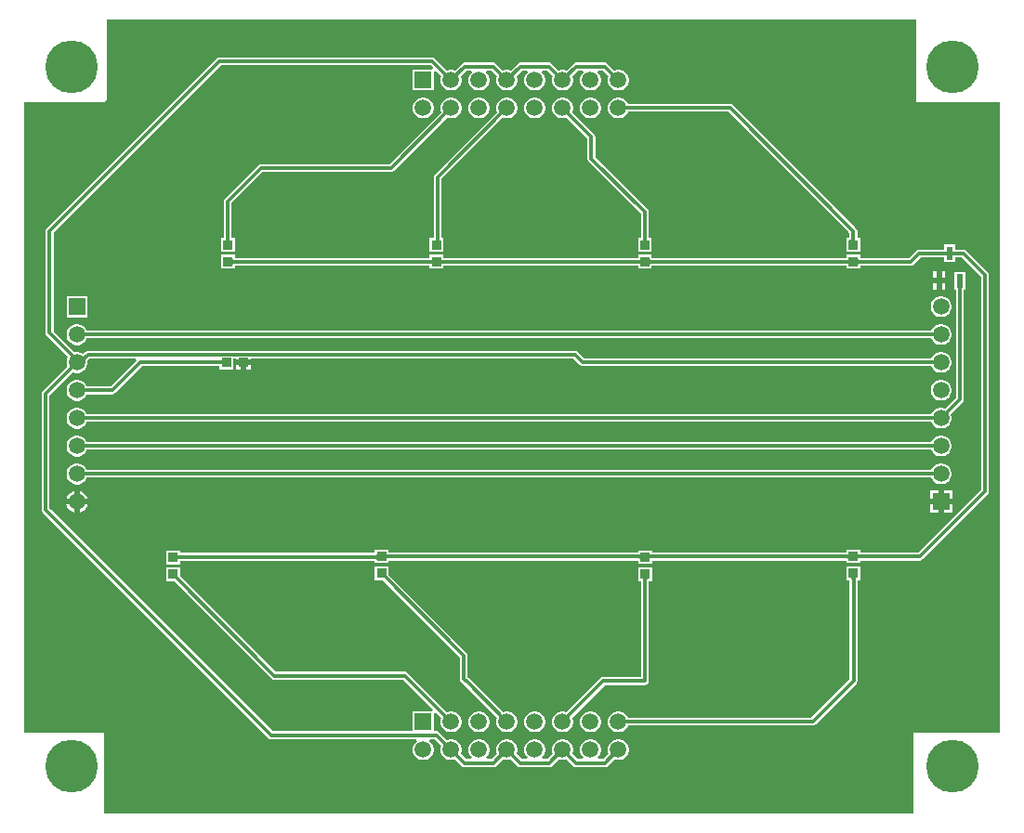
<source format=gbl>
G04*
G04 #@! TF.GenerationSoftware,Altium Limited,Altium Designer,24.5.2 (23)*
G04*
G04 Layer_Physical_Order=2*
G04 Layer_Color=16711680*
%FSLAX25Y25*%
%MOIN*%
G70*
G04*
G04 #@! TF.SameCoordinates,F9E145AB-4376-4A3A-B871-3CA844BA1A44*
G04*
G04*
G04 #@! TF.FilePolarity,Positive*
G04*
G01*
G75*
%ADD32C,0.01181*%
%ADD35R,0.03347X0.03347*%
%ADD36R,0.03347X0.03347*%
%ADD37C,0.05906*%
%ADD38R,0.05906X0.05906*%
%ADD39R,0.05906X0.05906*%
%ADD40C,0.18898*%
%ADD41C,0.05000*%
%ADD42R,0.02362X0.04724*%
G36*
X320866Y255906D02*
X350575D01*
Y29528D01*
X319882D01*
Y803D01*
X29528D01*
Y29528D01*
X803D01*
Y255906D01*
X29528D01*
X30512Y256890D01*
Y285614D01*
X320866D01*
Y255906D01*
D02*
G37*
%LPC*%
G36*
X147154Y272074D02*
X70866D01*
X70328Y271967D01*
X69873Y271663D01*
X8849Y210639D01*
X8545Y210183D01*
X8438Y209646D01*
Y173228D01*
X8545Y172691D01*
X8849Y172235D01*
X16522Y164561D01*
X16200Y164003D01*
X15945Y163051D01*
Y162067D01*
X16200Y161115D01*
X16220Y161081D01*
X7370Y152231D01*
X7065Y151775D01*
X6958Y151237D01*
Y109747D01*
X7065Y109209D01*
X7370Y108754D01*
X88337Y27786D01*
X88793Y27481D01*
X89331Y27375D01*
X141330D01*
X141555Y26715D01*
X141562Y26587D01*
X140893Y25918D01*
X140401Y25066D01*
X140146Y24114D01*
Y23130D01*
X140401Y22178D01*
X140893Y21326D01*
X141589Y20629D01*
X142442Y20137D01*
X143393Y19882D01*
X144378D01*
X145329Y20137D01*
X146182Y20629D01*
X146879Y21326D01*
X147371Y22178D01*
X147626Y23130D01*
Y24114D01*
X147371Y25066D01*
X146879Y25918D01*
X146210Y26587D01*
X146216Y26715D01*
X146441Y27375D01*
X148146D01*
X150421Y25100D01*
X150401Y25066D01*
X150146Y24114D01*
Y23130D01*
X150401Y22178D01*
X150893Y21326D01*
X151589Y20629D01*
X152442Y20137D01*
X153393Y19882D01*
X154378D01*
X155330Y20137D01*
X155364Y20157D01*
X157735Y17786D01*
X158191Y17481D01*
X158728Y17375D01*
X169043D01*
X169581Y17481D01*
X170037Y17786D01*
X172407Y20157D01*
X172442Y20137D01*
X173393Y19882D01*
X174378D01*
X175329Y20137D01*
X175364Y20157D01*
X177735Y17786D01*
X178191Y17481D01*
X178728Y17375D01*
X189043D01*
X189581Y17481D01*
X190037Y17786D01*
X192408Y20157D01*
X192442Y20137D01*
X193393Y19882D01*
X194378D01*
X195329Y20137D01*
X195364Y20157D01*
X197735Y17786D01*
X198191Y17481D01*
X198728Y17375D01*
X209043D01*
X209581Y17481D01*
X210037Y17786D01*
X212407Y20157D01*
X212442Y20137D01*
X213393Y19882D01*
X214378D01*
X215330Y20137D01*
X216182Y20629D01*
X216879Y21326D01*
X217371Y22178D01*
X217626Y23130D01*
Y24114D01*
X217371Y25066D01*
X216879Y25918D01*
X216182Y26615D01*
X215330Y27107D01*
X214378Y27362D01*
X213393D01*
X212442Y27107D01*
X211589Y26615D01*
X210893Y25918D01*
X210401Y25066D01*
X210146Y24114D01*
Y23130D01*
X210401Y22178D01*
X210421Y22144D01*
X208461Y20185D01*
X206851D01*
X206525Y20972D01*
X206879Y21326D01*
X207371Y22178D01*
X207626Y23130D01*
Y24114D01*
X207371Y25066D01*
X206879Y25918D01*
X206182Y26615D01*
X205329Y27107D01*
X204378Y27362D01*
X203393D01*
X202442Y27107D01*
X201589Y26615D01*
X200893Y25918D01*
X200401Y25066D01*
X200146Y24114D01*
Y23130D01*
X200401Y22178D01*
X200893Y21326D01*
X201247Y20972D01*
X200921Y20185D01*
X199310D01*
X197351Y22144D01*
X197371Y22178D01*
X197626Y23130D01*
Y24114D01*
X197371Y25066D01*
X196879Y25918D01*
X196182Y26615D01*
X195329Y27107D01*
X194378Y27362D01*
X193393D01*
X192442Y27107D01*
X191589Y26615D01*
X190893Y25918D01*
X190401Y25066D01*
X190146Y24114D01*
Y23130D01*
X190401Y22178D01*
X190421Y22144D01*
X188461Y20185D01*
X186851D01*
X186525Y20972D01*
X186879Y21326D01*
X187371Y22178D01*
X187626Y23130D01*
Y24114D01*
X187371Y25066D01*
X186879Y25918D01*
X186182Y26615D01*
X185329Y27107D01*
X184378Y27362D01*
X183393D01*
X182442Y27107D01*
X181589Y26615D01*
X180893Y25918D01*
X180401Y25066D01*
X180146Y24114D01*
Y23130D01*
X180401Y22178D01*
X180893Y21326D01*
X181247Y20972D01*
X180921Y20185D01*
X179310D01*
X177351Y22144D01*
X177371Y22178D01*
X177626Y23130D01*
Y24114D01*
X177371Y25066D01*
X176879Y25918D01*
X176182Y26615D01*
X175329Y27107D01*
X174378Y27362D01*
X173393D01*
X172442Y27107D01*
X171589Y26615D01*
X170893Y25918D01*
X170401Y25066D01*
X170146Y24114D01*
Y23130D01*
X170401Y22178D01*
X170421Y22144D01*
X168461Y20185D01*
X166851D01*
X166525Y20972D01*
X166879Y21326D01*
X167371Y22178D01*
X167626Y23130D01*
Y24114D01*
X167371Y25066D01*
X166879Y25918D01*
X166182Y26615D01*
X165330Y27107D01*
X164378Y27362D01*
X163393D01*
X162442Y27107D01*
X161589Y26615D01*
X160893Y25918D01*
X160401Y25066D01*
X160146Y24114D01*
Y23130D01*
X160401Y22178D01*
X160893Y21326D01*
X161247Y20972D01*
X160921Y20185D01*
X159310D01*
X157351Y22144D01*
X157371Y22178D01*
X157626Y23130D01*
Y24114D01*
X157371Y25066D01*
X156879Y25918D01*
X156182Y26615D01*
X155330Y27107D01*
X154378Y27362D01*
X153393D01*
X152442Y27107D01*
X152408Y27087D01*
X149722Y29773D01*
X149266Y30077D01*
X148728Y30185D01*
X147626D01*
Y36781D01*
X148413Y37108D01*
X150421Y35100D01*
X150401Y35066D01*
X150146Y34114D01*
Y33130D01*
X150401Y32178D01*
X150893Y31326D01*
X151589Y30629D01*
X152442Y30137D01*
X153393Y29882D01*
X154378D01*
X155330Y30137D01*
X156182Y30629D01*
X156879Y31326D01*
X157371Y32178D01*
X157626Y33130D01*
Y34114D01*
X157371Y35066D01*
X156879Y35919D01*
X156182Y36615D01*
X155330Y37107D01*
X154378Y37362D01*
X153393D01*
X152442Y37107D01*
X152408Y37087D01*
X138372Y51123D01*
X137916Y51428D01*
X137378Y51534D01*
X91133D01*
X56626Y86042D01*
Y88976D01*
X51704D01*
Y84055D01*
X54639D01*
X89558Y49136D01*
X90013Y48832D01*
X90551Y48725D01*
X136796D01*
X147371Y38150D01*
X147045Y37362D01*
X140146D01*
Y30185D01*
X89913D01*
X9768Y110329D01*
Y150655D01*
X18207Y159094D01*
X18241Y159074D01*
X19193Y158819D01*
X20177D01*
X21129Y159074D01*
X21982Y159566D01*
X22678Y160263D01*
X23170Y161115D01*
X23425Y162067D01*
Y163051D01*
X23386Y163198D01*
X24145Y163957D01*
X40581D01*
X40907Y163170D01*
X31701Y153964D01*
X23181D01*
X23170Y154003D01*
X22678Y154856D01*
X21982Y155552D01*
X21129Y156044D01*
X20177Y156299D01*
X19193D01*
X18241Y156044D01*
X17389Y155552D01*
X16692Y154856D01*
X16200Y154003D01*
X15945Y153051D01*
Y152067D01*
X16200Y151115D01*
X16692Y150263D01*
X17389Y149566D01*
X18241Y149074D01*
X19193Y148819D01*
X20177D01*
X21129Y149074D01*
X21982Y149566D01*
X22678Y150263D01*
X23170Y151115D01*
X23181Y151154D01*
X32283D01*
X32821Y151261D01*
X33277Y151566D01*
X42905Y161194D01*
X70799D01*
Y160138D01*
X75721D01*
Y163957D01*
X76689D01*
Y163598D01*
X79362D01*
X82036D01*
Y163957D01*
X197823D01*
X200110Y161670D01*
X200566Y161365D01*
X201104Y161258D01*
X326156D01*
X326167Y161220D01*
X326659Y160367D01*
X327355Y159670D01*
X328208Y159178D01*
X329159Y158923D01*
X330144D01*
X331095Y159178D01*
X331948Y159670D01*
X332645Y160367D01*
X333137Y161220D01*
X333392Y162171D01*
Y163155D01*
X333137Y164107D01*
X332645Y164960D01*
X331948Y165656D01*
X331095Y166148D01*
X330144Y166403D01*
X329159D01*
X328208Y166148D01*
X327355Y165656D01*
X326659Y164960D01*
X326167Y164107D01*
X326156Y164068D01*
X201686D01*
X199398Y166356D01*
X198942Y166660D01*
X198405Y166767D01*
X23563D01*
X23026Y166660D01*
X22570Y166356D01*
X21845Y165631D01*
X21129Y166044D01*
X20177Y166299D01*
X19193D01*
X18850Y166208D01*
X11248Y173810D01*
Y209064D01*
X71448Y269264D01*
X146572D01*
X147371Y268465D01*
X147045Y267677D01*
X140146D01*
Y260197D01*
X147626D01*
Y267096D01*
X148413Y267423D01*
X150421Y265415D01*
X150401Y265381D01*
X150146Y264429D01*
Y263445D01*
X150401Y262493D01*
X150893Y261641D01*
X151589Y260944D01*
X152442Y260452D01*
X153393Y260197D01*
X154378D01*
X155330Y260452D01*
X156182Y260944D01*
X156879Y261641D01*
X157371Y262493D01*
X157626Y263445D01*
Y264429D01*
X157371Y265381D01*
X157351Y265415D01*
X159310Y267375D01*
X160921D01*
X161247Y266587D01*
X160893Y266233D01*
X160401Y265381D01*
X160146Y264429D01*
Y263445D01*
X160401Y262493D01*
X160893Y261641D01*
X161589Y260944D01*
X162442Y260452D01*
X163393Y260197D01*
X164378D01*
X165330Y260452D01*
X166182Y260944D01*
X166879Y261641D01*
X167371Y262493D01*
X167626Y263445D01*
Y264429D01*
X167371Y265381D01*
X166879Y266233D01*
X166525Y266587D01*
X166851Y267375D01*
X168461D01*
X170421Y265415D01*
X170401Y265381D01*
X170146Y264429D01*
Y263445D01*
X170401Y262493D01*
X170893Y261641D01*
X171589Y260944D01*
X172442Y260452D01*
X173393Y260197D01*
X174378D01*
X175329Y260452D01*
X176182Y260944D01*
X176879Y261641D01*
X177371Y262493D01*
X177626Y263445D01*
Y264429D01*
X177371Y265381D01*
X177351Y265415D01*
X179310Y267375D01*
X180921D01*
X181247Y266587D01*
X180893Y266233D01*
X180401Y265381D01*
X180146Y264429D01*
Y263445D01*
X180401Y262493D01*
X180893Y261641D01*
X181589Y260944D01*
X182442Y260452D01*
X183393Y260197D01*
X184378D01*
X185329Y260452D01*
X186182Y260944D01*
X186879Y261641D01*
X187371Y262493D01*
X187626Y263445D01*
Y264429D01*
X187371Y265381D01*
X186879Y266233D01*
X186525Y266587D01*
X186851Y267375D01*
X188461D01*
X190421Y265415D01*
X190401Y265381D01*
X190146Y264429D01*
Y263445D01*
X190401Y262493D01*
X190893Y261641D01*
X191589Y260944D01*
X192442Y260452D01*
X193393Y260197D01*
X194378D01*
X195329Y260452D01*
X196182Y260944D01*
X196879Y261641D01*
X197371Y262493D01*
X197626Y263445D01*
Y264429D01*
X197371Y265381D01*
X197351Y265415D01*
X199310Y267375D01*
X200921D01*
X201247Y266587D01*
X200893Y266233D01*
X200401Y265381D01*
X200146Y264429D01*
Y263445D01*
X200401Y262493D01*
X200893Y261641D01*
X201589Y260944D01*
X202442Y260452D01*
X203393Y260197D01*
X204378D01*
X205329Y260452D01*
X206182Y260944D01*
X206879Y261641D01*
X207371Y262493D01*
X207626Y263445D01*
Y264429D01*
X207371Y265381D01*
X206879Y266233D01*
X206525Y266587D01*
X206851Y267375D01*
X208461D01*
X210421Y265415D01*
X210401Y265381D01*
X210146Y264429D01*
Y263445D01*
X210401Y262493D01*
X210893Y261641D01*
X211589Y260944D01*
X212442Y260452D01*
X213393Y260197D01*
X214378D01*
X215330Y260452D01*
X216182Y260944D01*
X216879Y261641D01*
X217371Y262493D01*
X217626Y263445D01*
Y264429D01*
X217371Y265381D01*
X216879Y266233D01*
X216182Y266930D01*
X215330Y267422D01*
X214378Y267677D01*
X213393D01*
X212442Y267422D01*
X212407Y267402D01*
X210037Y269773D01*
X209581Y270077D01*
X209043Y270184D01*
X198728D01*
X198191Y270077D01*
X197735Y269773D01*
X195364Y267402D01*
X195329Y267422D01*
X194378Y267677D01*
X193393D01*
X192442Y267422D01*
X192408Y267402D01*
X190037Y269773D01*
X189581Y270077D01*
X189043Y270184D01*
X178728D01*
X178191Y270077D01*
X177735Y269773D01*
X175364Y267402D01*
X175329Y267422D01*
X174378Y267677D01*
X173393D01*
X172442Y267422D01*
X172407Y267402D01*
X170037Y269773D01*
X169581Y270077D01*
X169043Y270184D01*
X158728D01*
X158191Y270077D01*
X157735Y269773D01*
X155364Y267402D01*
X155330Y267422D01*
X154378Y267677D01*
X153393D01*
X152442Y267422D01*
X152408Y267402D01*
X148147Y271663D01*
X147691Y271967D01*
X147154Y272074D01*
D02*
G37*
G36*
X204378Y257677D02*
X203393D01*
X202442Y257422D01*
X201589Y256930D01*
X200893Y256234D01*
X200401Y255381D01*
X200146Y254429D01*
Y253445D01*
X200401Y252493D01*
X200893Y251641D01*
X201589Y250944D01*
X202442Y250452D01*
X203393Y250197D01*
X204378D01*
X205329Y250452D01*
X206182Y250944D01*
X206879Y251641D01*
X207371Y252493D01*
X207626Y253445D01*
Y254429D01*
X207371Y255381D01*
X206879Y256234D01*
X206182Y256930D01*
X205329Y257422D01*
X204378Y257677D01*
D02*
G37*
G36*
X184378D02*
X183393D01*
X182442Y257422D01*
X181589Y256930D01*
X180893Y256234D01*
X180401Y255381D01*
X180146Y254429D01*
Y253445D01*
X180401Y252493D01*
X180893Y251641D01*
X181589Y250944D01*
X182442Y250452D01*
X183393Y250197D01*
X184378D01*
X185329Y250452D01*
X186182Y250944D01*
X186879Y251641D01*
X187371Y252493D01*
X187626Y253445D01*
Y254429D01*
X187371Y255381D01*
X186879Y256234D01*
X186182Y256930D01*
X185329Y257422D01*
X184378Y257677D01*
D02*
G37*
G36*
X174378D02*
X173393D01*
X172442Y257422D01*
X171589Y256930D01*
X170893Y256234D01*
X170401Y255381D01*
X170146Y254429D01*
Y253445D01*
X170401Y252493D01*
X170421Y252459D01*
X148096Y230134D01*
X147792Y229679D01*
X147685Y229141D01*
Y207283D01*
X146129D01*
Y202362D01*
X151050D01*
Y207283D01*
X150495D01*
Y228559D01*
X172407Y250472D01*
X172442Y250452D01*
X173393Y250197D01*
X174378D01*
X175329Y250452D01*
X176182Y250944D01*
X176879Y251641D01*
X177371Y252493D01*
X177626Y253445D01*
Y254429D01*
X177371Y255381D01*
X176879Y256234D01*
X176182Y256930D01*
X175329Y257422D01*
X174378Y257677D01*
D02*
G37*
G36*
X164378D02*
X163393D01*
X162442Y257422D01*
X161589Y256930D01*
X160893Y256234D01*
X160401Y255381D01*
X160146Y254429D01*
Y253445D01*
X160401Y252493D01*
X160893Y251641D01*
X161589Y250944D01*
X162442Y250452D01*
X163393Y250197D01*
X164378D01*
X165330Y250452D01*
X166182Y250944D01*
X166879Y251641D01*
X167371Y252493D01*
X167626Y253445D01*
Y254429D01*
X167371Y255381D01*
X166879Y256234D01*
X166182Y256930D01*
X165330Y257422D01*
X164378Y257677D01*
D02*
G37*
G36*
X154378D02*
X153393D01*
X152442Y257422D01*
X151589Y256930D01*
X150893Y256234D01*
X150401Y255381D01*
X150146Y254429D01*
Y253445D01*
X150401Y252493D01*
X150421Y252459D01*
X131650Y233688D01*
X85630D01*
X85092Y233581D01*
X84636Y233277D01*
X72793Y221434D01*
X72489Y220978D01*
X72382Y220440D01*
Y207283D01*
X71326D01*
Y202362D01*
X76247D01*
Y207283D01*
X75192D01*
Y219858D01*
X86212Y230878D01*
X132232D01*
X132770Y230985D01*
X133226Y231290D01*
X152408Y250472D01*
X152442Y250452D01*
X153393Y250197D01*
X154378D01*
X155330Y250452D01*
X156182Y250944D01*
X156879Y251641D01*
X157371Y252493D01*
X157626Y253445D01*
Y254429D01*
X157371Y255381D01*
X156879Y256234D01*
X156182Y256930D01*
X155330Y257422D01*
X154378Y257677D01*
D02*
G37*
G36*
X144378D02*
X143393D01*
X142442Y257422D01*
X141589Y256930D01*
X140893Y256234D01*
X140401Y255381D01*
X140146Y254429D01*
Y253445D01*
X140401Y252493D01*
X140893Y251641D01*
X141589Y250944D01*
X142442Y250452D01*
X143393Y250197D01*
X144378D01*
X145329Y250452D01*
X146182Y250944D01*
X146879Y251641D01*
X147371Y252493D01*
X147626Y253445D01*
Y254429D01*
X147371Y255381D01*
X146879Y256234D01*
X146182Y256930D01*
X145329Y257422D01*
X144378Y257677D01*
D02*
G37*
G36*
X214378D02*
X213393D01*
X212442Y257422D01*
X211589Y256930D01*
X210893Y256234D01*
X210401Y255381D01*
X210146Y254429D01*
Y253445D01*
X210401Y252493D01*
X210893Y251641D01*
X211589Y250944D01*
X212442Y250452D01*
X213393Y250197D01*
X214378D01*
X215330Y250452D01*
X216182Y250944D01*
X216879Y251641D01*
X217371Y252493D01*
X217382Y252532D01*
X253355D01*
X296791Y209096D01*
Y207283D01*
X295735D01*
Y206041D01*
X295708Y205906D01*
X295735Y205770D01*
Y202362D01*
X300657D01*
Y207283D01*
X299601D01*
Y209678D01*
X299494Y210216D01*
X299189Y210671D01*
X254930Y254930D01*
X254475Y255235D01*
X253937Y255342D01*
X217382D01*
X217371Y255381D01*
X216879Y256234D01*
X216182Y256930D01*
X215330Y257422D01*
X214378Y257677D01*
D02*
G37*
G36*
X194378D02*
X193393D01*
X192442Y257422D01*
X191589Y256930D01*
X190893Y256234D01*
X190401Y255381D01*
X190146Y254429D01*
Y253445D01*
X190401Y252493D01*
X190893Y251641D01*
X191589Y250944D01*
X192442Y250452D01*
X193393Y250197D01*
X194378D01*
X195329Y250452D01*
X195364Y250472D01*
X202788Y243048D01*
Y235768D01*
X202895Y235230D01*
X203199Y234775D01*
X221988Y215986D01*
Y207283D01*
X220932D01*
Y202362D01*
X225853D01*
Y207283D01*
X224798D01*
Y216568D01*
X224691Y217105D01*
X224386Y217561D01*
X205597Y236350D01*
Y243630D01*
X205491Y244168D01*
X205186Y244624D01*
X197351Y252459D01*
X197371Y252493D01*
X197626Y253445D01*
Y254429D01*
X197371Y255381D01*
X196879Y256234D01*
X196182Y256930D01*
X195329Y257422D01*
X194378Y257677D01*
D02*
G37*
G36*
X334646Y204921D02*
X330709D01*
Y203192D01*
X330656Y203183D01*
X330583Y203177D01*
X321850D01*
X321313Y203070D01*
X320857Y202765D01*
X318217Y200125D01*
X300782D01*
X300709Y200132D01*
X300657Y200140D01*
Y201181D01*
X295735D01*
Y200125D01*
X225979D01*
X225906Y200132D01*
X225853Y200140D01*
Y201181D01*
X220932D01*
Y200125D01*
X151176D01*
X151103Y200132D01*
X151050Y200140D01*
Y201181D01*
X146129D01*
Y200125D01*
X76372D01*
X76300Y200132D01*
X76247Y200140D01*
Y201181D01*
X71326D01*
Y196260D01*
X76247D01*
Y197301D01*
X76300Y197309D01*
X76372Y197316D01*
X146129D01*
Y196260D01*
X151050D01*
Y197301D01*
X151103Y197309D01*
X151176Y197316D01*
X220932D01*
Y196260D01*
X225853D01*
Y197301D01*
X225906Y197309D01*
X225979Y197316D01*
X295735D01*
Y196260D01*
X300657D01*
Y197301D01*
X300709Y197309D01*
X300782Y197316D01*
X318799D01*
X319337Y197423D01*
X319793Y197727D01*
X322432Y200367D01*
X330583D01*
X330656Y200360D01*
X330709Y200352D01*
Y198622D01*
X334646D01*
Y200367D01*
X337017D01*
X344068Y193316D01*
Y116964D01*
X321418Y94314D01*
X300657D01*
Y95472D01*
X295735D01*
Y94283D01*
X295683Y94275D01*
X295610Y94269D01*
X225932D01*
Y95176D01*
X221011D01*
Y94283D01*
X220958Y94275D01*
X220885Y94269D01*
X131429D01*
Y95472D01*
X126507D01*
Y94235D01*
X126455Y94226D01*
X126382Y94220D01*
X56626D01*
Y95079D01*
X51704D01*
Y90158D01*
X56626D01*
Y91410D01*
X126382D01*
X126455Y91403D01*
X126507Y91395D01*
Y90551D01*
X131429D01*
Y91459D01*
X220885D01*
X220958Y91452D01*
X221011Y91444D01*
Y90255D01*
X225932D01*
Y91459D01*
X295610D01*
X295683Y91452D01*
X295735Y91444D01*
Y90551D01*
X300657D01*
Y91505D01*
X322000D01*
X322538Y91611D01*
X322993Y91916D01*
X346466Y115388D01*
X346770Y115844D01*
X346877Y116382D01*
Y193898D01*
X346770Y194435D01*
X346466Y194891D01*
X338592Y202765D01*
X338136Y203070D01*
X337598Y203177D01*
X334646D01*
Y204921D01*
D02*
G37*
G36*
X331118Y195291D02*
X329937D01*
Y192929D01*
X331118D01*
Y195291D01*
D02*
G37*
G36*
X327937D02*
X326756D01*
Y192929D01*
X327937D01*
Y195291D01*
D02*
G37*
G36*
X331118Y190929D02*
X329937D01*
Y188567D01*
X331118D01*
Y190929D01*
D02*
G37*
G36*
X327937D02*
X326756D01*
Y188567D01*
X327937D01*
Y190929D01*
D02*
G37*
G36*
X330144Y186403D02*
X329159D01*
X328208Y186148D01*
X327355Y185656D01*
X326659Y184960D01*
X326167Y184107D01*
X325912Y183156D01*
Y182171D01*
X326167Y181219D01*
X326659Y180367D01*
X327355Y179670D01*
X328208Y179178D01*
X329159Y178923D01*
X330144D01*
X331095Y179178D01*
X331948Y179670D01*
X332645Y180367D01*
X333137Y181219D01*
X333392Y182171D01*
Y183156D01*
X333137Y184107D01*
X332645Y184960D01*
X331948Y185656D01*
X331095Y186148D01*
X330144Y186403D01*
D02*
G37*
G36*
X23425Y186299D02*
X15945D01*
Y178819D01*
X23425D01*
Y186299D01*
D02*
G37*
G36*
X330144Y176403D02*
X329159D01*
X328208Y176148D01*
X327355Y175656D01*
X326659Y174960D01*
X326167Y174107D01*
X326142Y174016D01*
X23163D01*
X22678Y174856D01*
X21982Y175552D01*
X21129Y176044D01*
X20177Y176299D01*
X19193D01*
X18241Y176044D01*
X17389Y175552D01*
X16692Y174856D01*
X16200Y174003D01*
X15945Y173052D01*
Y172067D01*
X16200Y171115D01*
X16692Y170263D01*
X17389Y169566D01*
X18241Y169074D01*
X19193Y168819D01*
X20177D01*
X21129Y169074D01*
X21982Y169566D01*
X22678Y170263D01*
X23170Y171115D01*
X23195Y171206D01*
X326174D01*
X326659Y170367D01*
X327355Y169670D01*
X328208Y169178D01*
X329159Y168923D01*
X330144D01*
X331095Y169178D01*
X331948Y169670D01*
X332645Y170367D01*
X333137Y171220D01*
X333392Y172171D01*
Y173155D01*
X333137Y174107D01*
X332645Y174960D01*
X331948Y175656D01*
X331095Y176148D01*
X330144Y176403D01*
D02*
G37*
G36*
X82036Y161598D02*
X80362D01*
Y159925D01*
X82036D01*
Y161598D01*
D02*
G37*
G36*
X78362D02*
X76689D01*
Y159925D01*
X78362D01*
Y161598D01*
D02*
G37*
G36*
X330144Y156403D02*
X329159D01*
X328208Y156148D01*
X327355Y155656D01*
X326659Y154960D01*
X326167Y154107D01*
X325912Y153156D01*
Y152171D01*
X326167Y151219D01*
X326659Y150367D01*
X327355Y149670D01*
X328208Y149178D01*
X329159Y148923D01*
X330144D01*
X331095Y149178D01*
X331948Y149670D01*
X332645Y150367D01*
X333137Y151219D01*
X333392Y152171D01*
Y153156D01*
X333137Y154107D01*
X332645Y154960D01*
X331948Y155656D01*
X331095Y156148D01*
X330144Y156403D01*
D02*
G37*
G36*
X338386Y195079D02*
X334449D01*
Y189596D01*
X334445Y189579D01*
X334449Y189562D01*
Y188779D01*
X334997D01*
X335006Y188724D01*
X335012Y188654D01*
Y177676D01*
X334934Y177280D01*
Y149932D01*
X331130Y146128D01*
X331095Y146148D01*
X330144Y146403D01*
X329159D01*
X328208Y146148D01*
X327355Y145656D01*
X326659Y144960D01*
X326167Y144107D01*
X326142Y144016D01*
X23163D01*
X22678Y144856D01*
X21982Y145552D01*
X21129Y146044D01*
X20177Y146299D01*
X19193D01*
X18241Y146044D01*
X17389Y145552D01*
X16692Y144856D01*
X16200Y144003D01*
X15945Y143052D01*
Y142067D01*
X16200Y141115D01*
X16692Y140263D01*
X17389Y139566D01*
X18241Y139074D01*
X19193Y138819D01*
X20177D01*
X21129Y139074D01*
X21982Y139566D01*
X22678Y140263D01*
X23170Y141115D01*
X23195Y141206D01*
X326174D01*
X326659Y140367D01*
X327355Y139670D01*
X328208Y139178D01*
X329159Y138923D01*
X330144D01*
X331095Y139178D01*
X331948Y139670D01*
X332645Y140367D01*
X333137Y141219D01*
X333392Y142171D01*
Y143156D01*
X333137Y144107D01*
X333117Y144141D01*
X337332Y148356D01*
X337637Y148812D01*
X337743Y149350D01*
Y176963D01*
X337822Y177359D01*
Y188654D01*
X337828Y188724D01*
X337837Y188779D01*
X338386D01*
Y189562D01*
X338389Y189579D01*
X338386Y189596D01*
Y195079D01*
D02*
G37*
G36*
X330144Y136403D02*
X329159D01*
X328208Y136148D01*
X327355Y135656D01*
X326659Y134960D01*
X326167Y134107D01*
X326142Y134016D01*
X23163D01*
X22678Y134856D01*
X21982Y135552D01*
X21129Y136044D01*
X20177Y136299D01*
X19193D01*
X18241Y136044D01*
X17389Y135552D01*
X16692Y134856D01*
X16200Y134003D01*
X15945Y133052D01*
Y132067D01*
X16200Y131115D01*
X16692Y130263D01*
X17389Y129566D01*
X18241Y129074D01*
X19193Y128819D01*
X20177D01*
X21129Y129074D01*
X21982Y129566D01*
X22678Y130263D01*
X23170Y131115D01*
X23195Y131206D01*
X326174D01*
X326659Y130367D01*
X327355Y129670D01*
X328208Y129178D01*
X329159Y128923D01*
X330144D01*
X331095Y129178D01*
X331948Y129670D01*
X332645Y130367D01*
X333137Y131219D01*
X333392Y132171D01*
Y133156D01*
X333137Y134107D01*
X332645Y134960D01*
X331948Y135656D01*
X331095Y136148D01*
X330144Y136403D01*
D02*
G37*
G36*
Y126403D02*
X329159D01*
X328208Y126148D01*
X327355Y125656D01*
X326659Y124960D01*
X326167Y124107D01*
X326142Y124016D01*
X23163D01*
X22678Y124856D01*
X21982Y125552D01*
X21129Y126044D01*
X20177Y126299D01*
X19193D01*
X18241Y126044D01*
X17389Y125552D01*
X16692Y124856D01*
X16200Y124003D01*
X15945Y123052D01*
Y122067D01*
X16200Y121115D01*
X16692Y120263D01*
X17389Y119566D01*
X18241Y119074D01*
X19193Y118819D01*
X20177D01*
X21129Y119074D01*
X21982Y119566D01*
X22678Y120263D01*
X23170Y121115D01*
X23195Y121206D01*
X326174D01*
X326659Y120367D01*
X327355Y119670D01*
X328208Y119178D01*
X329159Y118923D01*
X330144D01*
X331095Y119178D01*
X331948Y119670D01*
X332645Y120367D01*
X333137Y121220D01*
X333392Y122171D01*
Y123155D01*
X333137Y124107D01*
X332645Y124960D01*
X331948Y125656D01*
X331095Y126148D01*
X330144Y126403D01*
D02*
G37*
G36*
X333605Y116616D02*
X330652D01*
Y113663D01*
X333605D01*
Y116616D01*
D02*
G37*
G36*
X328652D02*
X325699D01*
Y113663D01*
X328652D01*
Y116616D01*
D02*
G37*
G36*
X20685Y116383D02*
Y113559D01*
X23509D01*
X23368Y114085D01*
X22848Y114986D01*
X22112Y115722D01*
X21211Y116242D01*
X20685Y116383D01*
D02*
G37*
G36*
X18685D02*
X18159Y116242D01*
X17258Y115722D01*
X16522Y114986D01*
X16002Y114085D01*
X15861Y113559D01*
X18685D01*
Y116383D01*
D02*
G37*
G36*
X23509Y111559D02*
X20685D01*
Y108735D01*
X21211Y108876D01*
X22112Y109396D01*
X22848Y110132D01*
X23368Y111033D01*
X23509Y111559D01*
D02*
G37*
G36*
X18685D02*
X15861D01*
X16002Y111033D01*
X16522Y110132D01*
X17258Y109396D01*
X18159Y108876D01*
X18685Y108735D01*
Y111559D01*
D02*
G37*
G36*
X333605Y111663D02*
X330652D01*
Y108710D01*
X333605D01*
Y111663D01*
D02*
G37*
G36*
X328652D02*
X325699D01*
Y108710D01*
X328652D01*
Y111663D01*
D02*
G37*
G36*
X225932Y89074D02*
X221011D01*
Y84153D01*
X222052D01*
X222060Y84100D01*
X222066Y84027D01*
Y49633D01*
X208492D01*
X207955Y49527D01*
X207499Y49222D01*
X195364Y37087D01*
X195329Y37107D01*
X194378Y37362D01*
X193393D01*
X192442Y37107D01*
X191589Y36615D01*
X190893Y35919D01*
X190401Y35066D01*
X190146Y34114D01*
Y33130D01*
X190401Y32178D01*
X190893Y31326D01*
X191589Y30629D01*
X192442Y30137D01*
X193393Y29882D01*
X194378D01*
X195329Y30137D01*
X196182Y30629D01*
X196879Y31326D01*
X197371Y32178D01*
X197626Y33130D01*
Y34114D01*
X197371Y35066D01*
X197351Y35100D01*
X209074Y46824D01*
X223471D01*
X224009Y46931D01*
X224465Y47235D01*
X224769Y47691D01*
X224876Y48228D01*
Y84027D01*
X224883Y84100D01*
X224891Y84153D01*
X225932D01*
Y89074D01*
D02*
G37*
G36*
X300657Y89370D02*
X295735D01*
Y84448D01*
X296815D01*
X296824Y84396D01*
X296830Y84323D01*
Y48850D01*
X283008Y35027D01*
X217382D01*
X217371Y35066D01*
X216879Y35919D01*
X216182Y36615D01*
X215330Y37107D01*
X214378Y37362D01*
X213393D01*
X212442Y37107D01*
X211589Y36615D01*
X210893Y35919D01*
X210401Y35066D01*
X210146Y34114D01*
Y33130D01*
X210401Y32178D01*
X210893Y31326D01*
X211589Y30629D01*
X212442Y30137D01*
X213393Y29882D01*
X214378D01*
X215330Y30137D01*
X216182Y30629D01*
X216879Y31326D01*
X217371Y32178D01*
X217382Y32217D01*
X283590D01*
X284127Y32324D01*
X284583Y32629D01*
X299229Y47274D01*
X299229Y47274D01*
X299533Y47730D01*
X299640Y48268D01*
Y84323D01*
X299647Y84396D01*
X299655Y84448D01*
X300657D01*
Y89370D01*
D02*
G37*
G36*
X204378Y37362D02*
X203393D01*
X202442Y37107D01*
X201589Y36615D01*
X200893Y35919D01*
X200401Y35066D01*
X200146Y34114D01*
Y33130D01*
X200401Y32178D01*
X200893Y31326D01*
X201589Y30629D01*
X202442Y30137D01*
X203393Y29882D01*
X204378D01*
X205329Y30137D01*
X206182Y30629D01*
X206879Y31326D01*
X207371Y32178D01*
X207626Y33130D01*
Y34114D01*
X207371Y35066D01*
X206879Y35919D01*
X206182Y36615D01*
X205329Y37107D01*
X204378Y37362D01*
D02*
G37*
G36*
X184378D02*
X183393D01*
X182442Y37107D01*
X181589Y36615D01*
X180893Y35919D01*
X180401Y35066D01*
X180146Y34114D01*
Y33130D01*
X180401Y32178D01*
X180893Y31326D01*
X181589Y30629D01*
X182442Y30137D01*
X183393Y29882D01*
X184378D01*
X185329Y30137D01*
X186182Y30629D01*
X186879Y31326D01*
X187371Y32178D01*
X187626Y33130D01*
Y34114D01*
X187371Y35066D01*
X186879Y35919D01*
X186182Y36615D01*
X185329Y37107D01*
X184378Y37362D01*
D02*
G37*
G36*
X131429Y89370D02*
X126507D01*
Y84448D01*
X129442D01*
X157060Y56831D01*
Y48920D01*
X157167Y48383D01*
X157471Y47927D01*
X158163Y47235D01*
X158534Y46987D01*
X170421Y35100D01*
X170401Y35066D01*
X170146Y34114D01*
Y33130D01*
X170401Y32178D01*
X170893Y31326D01*
X171589Y30629D01*
X172442Y30137D01*
X173393Y29882D01*
X174378D01*
X175329Y30137D01*
X176182Y30629D01*
X176879Y31326D01*
X177371Y32178D01*
X177626Y33130D01*
Y34114D01*
X177371Y35066D01*
X176879Y35919D01*
X176182Y36615D01*
X175329Y37107D01*
X174378Y37362D01*
X173393D01*
X172442Y37107D01*
X172407Y37087D01*
X160273Y49222D01*
X159902Y49470D01*
X159870Y49502D01*
Y57413D01*
X159763Y57950D01*
X159458Y58406D01*
X131429Y86435D01*
Y89370D01*
D02*
G37*
G36*
X164378Y37362D02*
X163393D01*
X162442Y37107D01*
X161589Y36615D01*
X160893Y35919D01*
X160401Y35066D01*
X160146Y34114D01*
Y33130D01*
X160401Y32178D01*
X160893Y31326D01*
X161589Y30629D01*
X162442Y30137D01*
X163393Y29882D01*
X164378D01*
X165330Y30137D01*
X166182Y30629D01*
X166879Y31326D01*
X167371Y32178D01*
X167626Y33130D01*
Y34114D01*
X167371Y35066D01*
X166879Y35919D01*
X166182Y36615D01*
X165330Y37107D01*
X164378Y37362D01*
D02*
G37*
%LPD*%
G36*
X331520Y200591D02*
X331508Y200703D01*
X331472Y200803D01*
X331413Y200892D01*
X331329Y200969D01*
X331222Y201033D01*
X331090Y201087D01*
X330935Y201128D01*
X330756Y201157D01*
X330554Y201175D01*
X330327Y201181D01*
Y202362D01*
X330554Y202368D01*
X330756Y202386D01*
X330935Y202415D01*
X331090Y202457D01*
X331222Y202510D01*
X331329Y202575D01*
X331413Y202652D01*
X331472Y202740D01*
X331508Y202841D01*
X331520Y202953D01*
Y200591D01*
D02*
G37*
G36*
X299857Y199789D02*
X299893Y199689D01*
X299953Y199600D01*
X300036Y199524D01*
X300144Y199459D01*
X300275Y199406D01*
X300430Y199364D01*
X300609Y199335D01*
X300812Y199317D01*
X301038Y199311D01*
Y198130D01*
X300812Y198124D01*
X300609Y198106D01*
X300430Y198077D01*
X300275Y198035D01*
X300144Y197982D01*
X300036Y197917D01*
X299953Y197841D01*
X299893Y197752D01*
X299857Y197652D01*
X299845Y197539D01*
Y199902D01*
X299857Y199789D01*
D02*
G37*
G36*
X225054D02*
X225090Y199689D01*
X225149Y199600D01*
X225233Y199524D01*
X225340Y199459D01*
X225472Y199406D01*
X225627Y199364D01*
X225806Y199335D01*
X226009Y199317D01*
X226235Y199311D01*
Y198130D01*
X226009Y198124D01*
X225806Y198106D01*
X225627Y198077D01*
X225472Y198035D01*
X225340Y197982D01*
X225233Y197917D01*
X225149Y197841D01*
X225090Y197752D01*
X225054Y197652D01*
X225042Y197539D01*
Y199902D01*
X225054Y199789D01*
D02*
G37*
G36*
X150251D02*
X150287Y199689D01*
X150346Y199600D01*
X150430Y199524D01*
X150537Y199459D01*
X150669Y199406D01*
X150824Y199364D01*
X151003Y199335D01*
X151205Y199317D01*
X151432Y199311D01*
Y198130D01*
X151205Y198124D01*
X151003Y198106D01*
X150824Y198077D01*
X150669Y198035D01*
X150537Y197982D01*
X150430Y197917D01*
X150346Y197841D01*
X150287Y197752D01*
X150251Y197652D01*
X150239Y197539D01*
Y199902D01*
X150251Y199789D01*
D02*
G37*
G36*
X75448D02*
X75484Y199689D01*
X75543Y199600D01*
X75627Y199524D01*
X75734Y199459D01*
X75865Y199406D01*
X76020Y199364D01*
X76199Y199335D01*
X76402Y199317D01*
X76629Y199311D01*
Y198130D01*
X76402Y198124D01*
X76199Y198106D01*
X76020Y198077D01*
X75865Y198035D01*
X75734Y197982D01*
X75627Y197917D01*
X75543Y197841D01*
X75484Y197752D01*
X75448Y197652D01*
X75436Y197539D01*
Y199902D01*
X75448Y199789D01*
D02*
G37*
G36*
X296547Y91682D02*
X296535Y91795D01*
X296499Y91895D01*
X296439Y91984D01*
X296356Y92060D01*
X296249Y92125D01*
X296117Y92178D01*
X295962Y92220D01*
X295783Y92249D01*
X295580Y92267D01*
X295354Y92273D01*
Y93454D01*
X295580Y93460D01*
X295783Y93478D01*
X295962Y93507D01*
X296117Y93549D01*
X296249Y93602D01*
X296356Y93667D01*
X296439Y93743D01*
X296499Y93832D01*
X296535Y93932D01*
X296547Y94045D01*
Y91682D01*
D02*
G37*
G36*
X221822D02*
X221810Y91795D01*
X221774Y91895D01*
X221715Y91984D01*
X221631Y92060D01*
X221524Y92125D01*
X221392Y92178D01*
X221237Y92220D01*
X221059Y92249D01*
X220856Y92267D01*
X220629Y92273D01*
Y93454D01*
X220856Y93460D01*
X221059Y93478D01*
X221237Y93507D01*
X221392Y93549D01*
X221524Y93602D01*
X221631Y93667D01*
X221715Y93743D01*
X221774Y93832D01*
X221810Y93932D01*
X221822Y94045D01*
Y91682D01*
D02*
G37*
G36*
X127319Y91634D02*
X127307Y91746D01*
X127271Y91846D01*
X127211Y91935D01*
X127128Y92012D01*
X127021Y92076D01*
X126889Y92130D01*
X126734Y92171D01*
X126555Y92201D01*
X126353Y92218D01*
X126126Y92224D01*
Y93405D01*
X126353Y93411D01*
X126555Y93429D01*
X126734Y93458D01*
X126889Y93500D01*
X127021Y93553D01*
X127128Y93618D01*
X127211Y93695D01*
X127271Y93783D01*
X127307Y93884D01*
X127319Y93996D01*
Y91634D01*
D02*
G37*
G36*
X337476Y189567D02*
X337378Y189532D01*
X337291Y189473D01*
X337216Y189390D01*
X337153Y189284D01*
X337100Y189154D01*
X337060Y189000D01*
X337031Y188823D01*
X337014Y188622D01*
X337008Y188398D01*
X335827D01*
X335821Y188622D01*
X335804Y188823D01*
X335775Y189000D01*
X335734Y189154D01*
X335682Y189284D01*
X335618Y189390D01*
X335543Y189473D01*
X335456Y189532D01*
X335358Y189567D01*
X335248Y189579D01*
X337586D01*
X337476Y189567D01*
D02*
G37*
G36*
X224540Y84952D02*
X224440Y84916D01*
X224351Y84857D01*
X224275Y84773D01*
X224210Y84666D01*
X224156Y84535D01*
X224115Y84380D01*
X224086Y84201D01*
X224068Y83998D01*
X224062Y83771D01*
X222881D01*
X222875Y83998D01*
X222857Y84201D01*
X222828Y84380D01*
X222786Y84535D01*
X222733Y84666D01*
X222668Y84773D01*
X222591Y84857D01*
X222503Y84916D01*
X222403Y84952D01*
X222290Y84964D01*
X224653D01*
X224540Y84952D01*
D02*
G37*
G36*
X299304Y85248D02*
X299204Y85212D01*
X299115Y85152D01*
X299039Y85069D01*
X298974Y84961D01*
X298920Y84830D01*
X298879Y84675D01*
X298850Y84496D01*
X298832Y84293D01*
X298826Y84067D01*
X297645D01*
X297639Y84293D01*
X297621Y84496D01*
X297592Y84675D01*
X297550Y84830D01*
X297497Y84961D01*
X297432Y85069D01*
X297356Y85152D01*
X297267Y85212D01*
X297166Y85248D01*
X297054Y85260D01*
X299416D01*
X299304Y85248D01*
D02*
G37*
D32*
X8363Y109747D02*
Y151237D01*
X19685Y162559D01*
X8363Y109747D02*
X89331Y28780D01*
X148728D01*
X153886Y23622D01*
X158728Y18779D02*
X169043D01*
X173886Y23622D01*
X153886D02*
X158728Y18779D01*
X178728D02*
X189043D01*
X193886Y23622D01*
X173886D02*
X178728Y18779D01*
X198728D02*
X209043D01*
X213886Y23622D01*
X193886D02*
X198728Y18779D01*
X213886Y33622D02*
X283590D01*
X298235Y48268D01*
X298235D02*
Y86870D01*
X298235Y48268D02*
X298235D01*
X137378Y50130D02*
X153886Y33622D01*
X90551Y50130D02*
X137378D01*
X54165Y86516D02*
X90551Y50130D01*
X159156Y48228D02*
X159280D01*
X128968Y86909D02*
X158465Y57413D01*
Y48920D02*
Y57413D01*
Y48920D02*
X159156Y48228D01*
X208492Y48228D02*
X223471D01*
X193886Y33622D02*
X208492Y48228D01*
X159280Y48228D02*
X173886Y33622D01*
X209043Y268779D02*
X213886Y263937D01*
X198728Y268779D02*
X209043D01*
X193886Y263937D02*
X198728Y268779D01*
X178728D02*
X189043D01*
X193886Y263937D01*
X173886D02*
X178728Y268779D01*
X158728D02*
X169043D01*
X153886Y263937D02*
X158728Y268779D01*
X169043D02*
X173886Y263937D01*
X9843Y173228D02*
X19685Y163386D01*
Y162559D02*
Y163386D01*
X9843Y173228D02*
Y209646D01*
X70866Y270669D01*
X147154D01*
X153886Y263937D01*
X85630Y232283D02*
X132232D01*
X149090Y204823D02*
Y229141D01*
X204193Y235768D02*
X223393Y216568D01*
X204193Y235768D02*
Y243630D01*
X223393Y204823D02*
Y216568D01*
X193886Y253937D02*
X204193Y243630D01*
X298196Y204823D02*
Y209678D01*
X253937Y253937D02*
X298196Y209678D01*
X213886Y253937D02*
X253937D01*
X297113Y205906D02*
X298196Y204823D01*
X73787Y220440D02*
X85630Y232283D01*
X132232D02*
X153886Y253937D01*
X149090Y229141D02*
X173886Y253937D01*
X73787Y204823D02*
Y220440D01*
X19685Y162559D02*
X20760D01*
X23563Y165362D01*
X198405D01*
X201104Y162663D01*
X329652D01*
X19737Y172611D02*
X329600D01*
X329652Y172663D01*
X19685Y172559D02*
X19737Y172611D01*
X32283Y152559D02*
X42323Y162598D01*
X73260D01*
X329600Y142611D02*
X329652Y142663D01*
X19737Y142611D02*
X329600D01*
X19685Y142559D02*
X19737Y142611D01*
X19685Y132559D02*
X19737Y132611D01*
X329600D01*
X329652Y132663D01*
X19737Y122611D02*
X329600D01*
X329652Y122663D01*
X19685Y122559D02*
X19737Y122611D01*
X329548Y112559D02*
X329652Y112663D01*
X19685Y152559D02*
X32283D01*
X336339Y149350D02*
Y177280D01*
X329652Y142663D02*
X336339Y149350D01*
X337598Y201772D02*
X345472Y193898D01*
X322000Y92909D02*
X345472Y116382D01*
Y193898D01*
X336339Y177280D02*
X336417Y177359D01*
Y191929D01*
X298298Y92909D02*
X322000D01*
X298196Y93011D02*
X298298Y92909D01*
X332677Y201772D02*
X337598D01*
X298196Y198721D02*
X318799D01*
X321850Y201772D02*
X332677D01*
X318799Y198721D02*
X321850Y201772D01*
X298048Y92864D02*
X298196Y93011D01*
X54362Y92815D02*
X129067D01*
X129116Y92864D01*
X54165Y92618D02*
X54362Y92815D01*
X223323Y92864D02*
X223471Y92716D01*
X129116Y92864D02*
X223323D01*
X223471Y48228D02*
Y86613D01*
X223471Y86613D02*
X223471Y86613D01*
X223619Y92864D02*
X298048D01*
X223471Y92716D02*
X223619Y92864D01*
X298196Y86909D02*
X298235Y86870D01*
X73787Y198721D02*
X148590D01*
X223393D01*
X298196D01*
D35*
X223471Y92716D02*
D03*
Y86613D02*
D03*
X298196Y93011D02*
D03*
Y86909D02*
D03*
Y198721D02*
D03*
Y204823D02*
D03*
X223393Y198721D02*
D03*
Y204823D02*
D03*
X73787Y198721D02*
D03*
Y204823D02*
D03*
X148590Y198721D02*
D03*
Y204823D02*
D03*
X128968Y93011D02*
D03*
Y86909D02*
D03*
X54165Y92618D02*
D03*
Y86516D02*
D03*
D36*
X73260Y162598D02*
D03*
X79362D02*
D03*
D37*
X143886Y23622D02*
D03*
X153886D02*
D03*
Y33622D02*
D03*
X163886Y23622D02*
D03*
Y33622D02*
D03*
X173886Y23622D02*
D03*
Y33622D02*
D03*
X183886Y23622D02*
D03*
Y33622D02*
D03*
X193886Y23622D02*
D03*
Y33622D02*
D03*
X203886Y23622D02*
D03*
Y33622D02*
D03*
X213886Y23622D02*
D03*
Y33622D02*
D03*
X143886Y253937D02*
D03*
X153886D02*
D03*
Y263937D02*
D03*
X163886Y253937D02*
D03*
Y263937D02*
D03*
X173886Y253937D02*
D03*
Y263937D02*
D03*
X183886Y253937D02*
D03*
Y263937D02*
D03*
X193886Y253937D02*
D03*
Y263937D02*
D03*
X203886Y253937D02*
D03*
Y263937D02*
D03*
X213886Y253937D02*
D03*
Y263937D02*
D03*
X329652Y182663D02*
D03*
Y172663D02*
D03*
Y162663D02*
D03*
Y152663D02*
D03*
Y142663D02*
D03*
Y132663D02*
D03*
Y122663D02*
D03*
X19685Y112559D02*
D03*
Y122559D02*
D03*
Y132559D02*
D03*
Y142559D02*
D03*
Y152559D02*
D03*
Y162559D02*
D03*
Y172559D02*
D03*
D38*
X143886Y33622D02*
D03*
Y263937D02*
D03*
D39*
X329652Y112663D02*
D03*
X19685Y182559D02*
D03*
D40*
X17717Y17717D02*
D03*
X333661D02*
D03*
Y268701D02*
D03*
X17717D02*
D03*
D41*
X212063Y137528D02*
D03*
X336000Y252000D02*
D03*
X342000Y240000D02*
D03*
X336000Y228000D02*
D03*
X342000Y216000D02*
D03*
Y96000D02*
D03*
Y72000D02*
D03*
X336000Y60000D02*
D03*
X342000Y48000D02*
D03*
X336000Y36000D02*
D03*
X324000Y252000D02*
D03*
X330000Y240000D02*
D03*
X324000Y228000D02*
D03*
X330000Y216000D02*
D03*
X324000Y156000D02*
D03*
X330000Y72000D02*
D03*
X324000Y60000D02*
D03*
X330000Y48000D02*
D03*
X324000Y36000D02*
D03*
X312000Y276000D02*
D03*
X318000Y264000D02*
D03*
X312000Y252000D02*
D03*
X318000Y240000D02*
D03*
X312000Y228000D02*
D03*
X318000Y216000D02*
D03*
X312000Y156000D02*
D03*
Y108000D02*
D03*
X318000Y72000D02*
D03*
X312000Y60000D02*
D03*
X318000Y48000D02*
D03*
X312000Y36000D02*
D03*
Y12000D02*
D03*
X300000Y276000D02*
D03*
X306000Y264000D02*
D03*
X300000Y252000D02*
D03*
X306000Y240000D02*
D03*
X300000Y228000D02*
D03*
X306000Y192000D02*
D03*
X300000Y156000D02*
D03*
Y108000D02*
D03*
X306000Y48000D02*
D03*
X300000Y36000D02*
D03*
X306000Y24000D02*
D03*
X300000Y12000D02*
D03*
X288000Y276000D02*
D03*
X294000Y264000D02*
D03*
X288000Y252000D02*
D03*
Y228000D02*
D03*
Y108000D02*
D03*
X294000Y24000D02*
D03*
X288000Y12000D02*
D03*
X276000Y276000D02*
D03*
X282000Y264000D02*
D03*
X276000Y252000D02*
D03*
X282000Y240000D02*
D03*
Y192000D02*
D03*
Y168000D02*
D03*
Y72000D02*
D03*
Y24000D02*
D03*
X276000Y12000D02*
D03*
X264000Y276000D02*
D03*
X270000Y264000D02*
D03*
X264000Y252000D02*
D03*
Y228000D02*
D03*
X270000Y216000D02*
D03*
Y168000D02*
D03*
Y72000D02*
D03*
X264000Y60000D02*
D03*
X270000Y24000D02*
D03*
X264000Y12000D02*
D03*
X252000Y276000D02*
D03*
X258000Y264000D02*
D03*
X252000Y228000D02*
D03*
X258000Y216000D02*
D03*
X252000Y204000D02*
D03*
Y108000D02*
D03*
Y84000D02*
D03*
X258000Y72000D02*
D03*
X252000Y60000D02*
D03*
X258000Y24000D02*
D03*
X252000Y12000D02*
D03*
X240000Y276000D02*
D03*
X246000Y264000D02*
D03*
X240000Y228000D02*
D03*
X246000Y216000D02*
D03*
Y192000D02*
D03*
X240000Y180000D02*
D03*
Y108000D02*
D03*
X246000Y72000D02*
D03*
X240000Y60000D02*
D03*
X246000Y24000D02*
D03*
X240000Y12000D02*
D03*
X228000Y276000D02*
D03*
X234000Y264000D02*
D03*
Y192000D02*
D03*
X228000Y180000D02*
D03*
Y108000D02*
D03*
Y60000D02*
D03*
X234000Y24000D02*
D03*
X228000Y12000D02*
D03*
X222000Y264000D02*
D03*
Y192000D02*
D03*
X216000Y180000D02*
D03*
Y108000D02*
D03*
X222000Y24000D02*
D03*
X210000Y216000D02*
D03*
Y192000D02*
D03*
X204000Y180000D02*
D03*
X210000Y72000D02*
D03*
X192000Y276000D02*
D03*
Y228000D02*
D03*
X198000Y216000D02*
D03*
Y72000D02*
D03*
X192000Y60000D02*
D03*
Y12000D02*
D03*
X180000Y276000D02*
D03*
X186000Y240000D02*
D03*
X180000Y228000D02*
D03*
X186000Y216000D02*
D03*
X180000Y204000D02*
D03*
Y180000D02*
D03*
Y108000D02*
D03*
Y84000D02*
D03*
X186000Y72000D02*
D03*
X180000Y60000D02*
D03*
X186000Y48000D02*
D03*
X180000Y12000D02*
D03*
X168000Y276000D02*
D03*
X174000Y240000D02*
D03*
X168000Y228000D02*
D03*
X174000Y216000D02*
D03*
Y192000D02*
D03*
X168000Y180000D02*
D03*
Y108000D02*
D03*
X174000Y72000D02*
D03*
X168000Y60000D02*
D03*
X174000Y48000D02*
D03*
X168000Y12000D02*
D03*
X156000Y276000D02*
D03*
X162000Y192000D02*
D03*
X156000Y180000D02*
D03*
Y156000D02*
D03*
Y108000D02*
D03*
X162000Y72000D02*
D03*
X156000Y12000D02*
D03*
X144000Y276000D02*
D03*
X150000Y192000D02*
D03*
X144000Y180000D02*
D03*
X150000Y72000D02*
D03*
X144000Y12000D02*
D03*
X132000Y276000D02*
D03*
Y252000D02*
D03*
Y228000D02*
D03*
X138000Y216000D02*
D03*
Y192000D02*
D03*
X132000Y180000D02*
D03*
Y156000D02*
D03*
Y108000D02*
D03*
X138000Y72000D02*
D03*
X132000Y60000D02*
D03*
Y12000D02*
D03*
X120000Y276000D02*
D03*
Y252000D02*
D03*
Y228000D02*
D03*
X126000Y216000D02*
D03*
X120000Y156000D02*
D03*
Y108000D02*
D03*
X126000Y72000D02*
D03*
X120000Y12000D02*
D03*
X108000Y276000D02*
D03*
Y252000D02*
D03*
Y228000D02*
D03*
X114000Y216000D02*
D03*
X108000Y180000D02*
D03*
Y156000D02*
D03*
Y108000D02*
D03*
Y84000D02*
D03*
Y60000D02*
D03*
Y12000D02*
D03*
X96000Y276000D02*
D03*
Y252000D02*
D03*
Y228000D02*
D03*
X102000Y216000D02*
D03*
Y192000D02*
D03*
X96000Y180000D02*
D03*
Y108000D02*
D03*
X102000Y72000D02*
D03*
X96000Y60000D02*
D03*
Y12000D02*
D03*
X84000Y276000D02*
D03*
Y252000D02*
D03*
X90000Y72000D02*
D03*
X84000Y12000D02*
D03*
X72000Y276000D02*
D03*
Y252000D02*
D03*
Y228000D02*
D03*
X78000Y216000D02*
D03*
Y192000D02*
D03*
X72000Y108000D02*
D03*
X78000Y72000D02*
D03*
X72000Y60000D02*
D03*
X78000Y48000D02*
D03*
X72000Y12000D02*
D03*
X60000Y276000D02*
D03*
Y228000D02*
D03*
X66000Y216000D02*
D03*
Y192000D02*
D03*
X60000Y12000D02*
D03*
X48000Y276000D02*
D03*
X54000Y264000D02*
D03*
Y216000D02*
D03*
X48000Y156000D02*
D03*
Y108000D02*
D03*
X54000Y72000D02*
D03*
X48000Y60000D02*
D03*
X54000Y24000D02*
D03*
X48000Y12000D02*
D03*
X36000Y276000D02*
D03*
X42000Y264000D02*
D03*
X36000Y252000D02*
D03*
X42000Y216000D02*
D03*
Y96000D02*
D03*
Y48000D02*
D03*
X36000Y36000D02*
D03*
X42000Y24000D02*
D03*
X36000Y12000D02*
D03*
X24000Y252000D02*
D03*
X30000Y240000D02*
D03*
Y96000D02*
D03*
X24000Y84000D02*
D03*
X30000Y72000D02*
D03*
X24000Y60000D02*
D03*
X30000Y48000D02*
D03*
X24000Y36000D02*
D03*
X12000Y252000D02*
D03*
X18000Y240000D02*
D03*
X12000Y228000D02*
D03*
Y84000D02*
D03*
X18000Y72000D02*
D03*
X12000Y60000D02*
D03*
X18000Y48000D02*
D03*
X12000Y36000D02*
D03*
D42*
X332677Y201772D02*
D03*
X328937Y191929D02*
D03*
X336417D02*
D03*
M02*

</source>
